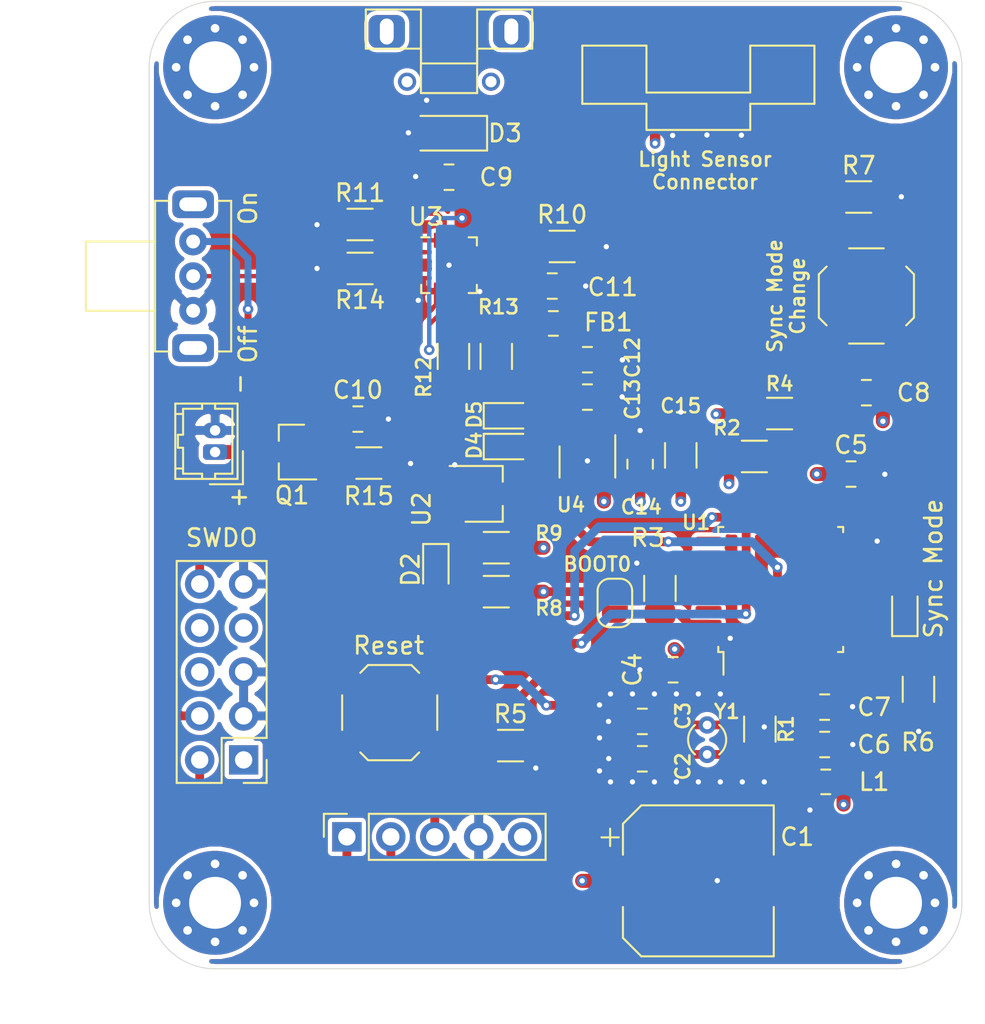
<source format=kicad_pcb>
(kicad_pcb (version 20211014) (generator pcbnew)
  (layers (0 "F.Cu" signal) (1 "In1.Cu" power) (2 "In2.Cu" mixed) (31 "B.Cu" signal) (34 "B.Paste" user) (35 "F.Paste" user) (36 "B.SilkS" user "B.Silkscreen") (37 "F.SilkS" user "F.Silkscreen") (38 "B.Mask" user) (39 "F.Mask" user) (44 "Edge.Cuts" user))
  (net 0 "")
  (net 1 "GND")
  (net 2 "+3V3")
  (net 3 "Net-(C2-Pad1)")
  (net 4 "+3.3VA")
  (net 5 "Net-(D1-Pad1)")
  (net 6 "/PWR_STATE")
  (net 7 "/Power Input/PWR_IN")
  (net 8 "/HC12_RX")
  (net 9 "/HC12_TX")
  (net 10 "/HC12_SET")
  (net 11 "Net-(J3-Pad8)")
  (net 12 "Net-(J3-Pad7)")
  (net 13 "Net-(J3-Pad6)")
  (net 14 "/STM32/SWCLK")
  (net 15 "/STM32/SWDIO")
  (net 16 "/STM32/BOOT0")
  (net 17 "Net-(Q1-Pad1)")
  (net 18 "/Power Input/BAT+")
  (net 19 "Net-(D4-Pad1)")
  (net 20 "/I2C_SCL")
  (net 21 "/I2C_SDA")
  (net 22 "/STM32/RESET")
  (net 23 "Net-(J4-Pad4)")
  (net 24 "Net-(J4-Pad3)")
  (net 25 "Net-(J4-Pad2)")
  (net 26 "Net-(J5-Pad1)")
  (net 27 "Net-(R10-Pad2)")
  (net 28 "Net-(U1-Pad30)")
  (net 29 "Net-(U1-Pad29)")
  (net 30 "Net-(U1-Pad28)")
  (net 31 "Net-(U1-Pad27)")
  (net 32 "Net-(U1-Pad26)")
  (net 33 "Net-(U1-Pad25)")
  (net 34 "Net-(U1-Pad22)")
  (net 35 "Net-(U1-Pad21)")
  (net 36 "Net-(U1-Pad18)")
  (net 37 "Net-(U1-Pad15)")
  (net 38 "Net-(U1-Pad14)")
  (net 39 "Net-(U1-Pad7)")
  (net 40 "Net-(U1-Pad6)")
  (net 41 "Net-(U3-Pad14)")
  (net 42 "Net-(U4-Pad4)")
  (net 43 "Net-(C3-Pad1)")
  (net 44 "/STM32/PA7")
  (net 45 "Net-(C9-Pad1)")
  (net 46 "Net-(C12-Pad1)")
  (net 47 "/STM32/PA6")
  (net 48 "Net-(D2-Pad2)")
  (net 49 "Net-(D5-Pad1)")
  (net 50 "Net-(R1-Pad1)")
  (net 51 "Net-(R5-Pad1)")
  (net 52 "Net-(R11-Pad2)")
  (net 53 "Net-(R12-Pad2)")
  (net 54 "Net-(R13-Pad2)")
  (net 55 "Net-(R14-Pad1)")
  (net 56 "Net-(SW3-Pad2)")
  (footprint "Capacitor_SMD:CP_Elec_8x10.5" (layer "F.Cu") (at 156.21 111.125)
    (fp_text reference "C1")
    (fp_text value "220uF")
  )
  (footprint "Capacitor_SMD:C_0805_2012Metric" (layer "F.Cu") (at 154.7495 98.933 180)
    (fp_text reference "C4")
    (fp_text value "0.1uF")
  )
  (footprint "Capacitor_SMD:C_0805_2012Metric" (layer "F.Cu") (at 165.0365 87.63)
    (fp_text reference "C5")
    (fp_text value "0.1uF")
  )
  (footprint "Capacitor_SMD:C_0805_2012Metric" (layer "F.Cu") (at 163.5125 103.251)
    (fp_text reference "C6")
    (fp_text value "1uF")
  )
  (footprint "Capacitor_SMD:C_0805_2012Metric" (layer "F.Cu") (at 163.5125 101.092)
    (fp_text reference "C7")
    (fp_text value "0.1uF")
  )
  (footprint "Capacitor_SMD:C_0805_2012Metric" (layer "F.Cu") (at 141.7955 70.485 180)
    (fp_text reference "C9")
    (fp_text value "1uF")
  )
  (footprint "Capacitor_SMD:C_0805_2012Metric" (layer "F.Cu") (at 136.525 84.455)
    (fp_text reference "C10")
    (fp_text value "4.7uF")
  )
  (footprint "Capacitor_SMD:C_0805_2012Metric" (layer "F.Cu") (at 147.7645 76.7715)
    (fp_text reference "C11")
    (fp_text value "4.7uF")
  )
  (footprint "Capacitor_SMD:C_0805_2012Metric" (layer "F.Cu") (at 149.7965 81.026)
    (fp_text reference "C12")
    (fp_text value "4.7uF")
  )
  (footprint "Capacitor_SMD:C_0805_2012Metric" (layer "F.Cu") (at 149.7965 83.185)
    (fp_text reference "C13")
    (fp_text value "0.1uF")
  )
  (footprint "Capacitor_SMD:C_0805_2012Metric" (layer "F.Cu") (at 152.8445 87.0585 90)
    (fp_text reference "C14")
    (fp_text value "0.1uF")
  )
  (footprint "Capacitor_SMD:C_1206_3216Metric" (layer "F.Cu") (at 155.194 86.5505 90)
    (fp_text reference "C15")
    (fp_text value "10uF")
  )
  (footprint "LED_SMD:LED_0603_1608Metric" (layer "F.Cu") (at 141.0335 93.1545 -90)
    (fp_text reference "D2")
    (fp_text value "Power Alert")
  )
  (footprint "Diode_SMD:D_SOD-123F" (layer "F.Cu") (at 141.7955 67.945 180)
    (fp_text reference "D3")
    (fp_text value "SMF6.0A")
  )
  (footprint "LED_SMD:LED_0603_1608Metric" (layer "F.Cu") (at 145.288 86.0425)
    (fp_text reference "D4")
    (fp_text value "Input Good")
  )
  (footprint "LED_SMD:LED_0603_1608Metric" (layer "F.Cu") (at 145.288 84.2645)
    (fp_text reference "D5")
    (fp_text value "Charging")
  )
  (footprint "Inductor_SMD:L_0805_2012Metric_Pad1.15x1.40mm_HandSolder" (layer "F.Cu") (at 147.828 78.9305 180)
    (fp_text reference "FB1")
    (fp_text value "Ferrite_Bead")
  )
  (footprint "MountingHole:MountingHole_3mm_Pad_Via" (layer "F.Cu") (at 128.27 64.135)
    (fp_text reference "H1" hide)
    (fp_text value "MountingHole")
  )
  (footprint "MountingHole:MountingHole_3mm_Pad_Via" (layer "F.Cu") (at 128.27 112.395)
    (fp_text reference "H2" hide)
    (fp_text value "MountingHole")
  )
  (footprint "MountingHole:MountingHole_3mm_Pad_Via" (layer "F.Cu") (at 167.64 112.395)
    (fp_text reference "H3" hide)
    (fp_text value "MountingHole")
  )
  (footprint "MountingHole:MountingHole_3mm_Pad_Via" (layer "F.Cu") (at 167.64 64.135)
    (fp_text reference "H4" hide)
    (fp_text value "MountingHole")
  )
  (footprint "Connector_PinSocket_2.54mm:PinSocket_1x05_P2.54mm_Vertical" (layer "F.Cu") (at 135.89 108.585 90)
    (fp_text reference "J1" hide)
    (fp_text value "HC-12 Connector")
  )
  (footprint "Custom:AFA07-S06FCA-00" (layer "F.Cu") (at 156.21 66.675 180)
    (fp_text reference "J2" hide)
    (fp_text value "Light Sensor Connector")
  )
  (footprint "Connector_PinHeader_2.54mm:PinHeader_2x05_P2.54mm_Vertical" (layer "F.Cu") (at 129.921 104.14 180)
    (fp_text reference "J3" hide)
    (fp_text value "SWD")
  )
  (footprint "Custom:Micro_USB_B_Female" (layer "F.Cu") (at 141.7955 64.77 180)
    (fp_text reference "J4" hide)
    (fp_text value "USB_B_Micro_Without_Shield")
  )
  (footprint "Connector_Hirose:Hirose_DF13-02P-1.25DSA_1x02_P1.25mm_Vertical" (layer "F.Cu") (at 128.27 86.36 90)
    (fp_text reference "J5" hide)
    (fp_text value "Battery Terminal")
  )
  (footprint "Jumper:SolderJumper-2_P1.3mm_Open_RoundedPad1.0x1.5mm" (layer "F.Cu") (at 151.384 95.0745 90)
    (fp_text reference "JP1" hide)
    (fp_text value "BOOT0 JP")
  )
  (footprint "Inductor_SMD:L_0805_2012Metric_Pad1.15x1.40mm_HandSolder" (layer "F.Cu") (at 163.576 105.41)
    (fp_text reference "L1")
    (fp_text value "39nH")
  )
  (footprint "Package_TO_SOT_SMD:SOT-23" (layer "F.Cu") (at 132.715 86.36 180)
    (fp_text reference "Q1")
    (fp_text value "AO3401A")
  )
  (footprint "Resistor_SMD:R_1206_3216Metric" (layer "F.Cu") (at 159.4485 86.614)
    (fp_text reference "R2")
    (fp_text value "2.2K")
  )
  (footprint "Resistor_SMD:R_1206_3216Metric" (layer "F.Cu") (at 153.9875 94.234 90)
    (fp_text reference "R3")
    (fp_text value "10k")
  )
  (footprint "Resistor_SMD:R_1206_3216Metric" (layer "F.Cu") (at 160.907 84.1375)
    (fp_text reference "R4")
    (fp_text value "2.2K")
  )
  (footprint "Resistor_SMD:R_1206_3216Metric" (layer "F.Cu") (at 145.3515 103.3145)
    (fp_text reference "R5")
    (fp_text value "10k")
  )
  (footprint "Resistor_SMD:R_1206_3216Metric" (layer "F.Cu") (at 144.526 94.4245 180)
    (fp_text reference "R8")
    (fp_text value "1.5k")
  )
  (footprint "Resistor_SMD:R_1206_3216Metric" (layer "F.Cu") (at 144.526 91.8845 180)
    (fp_text reference "R9")
    (fp_text value "100k")
  )
  (footprint "Resistor_SMD:R_1206_3216Metric" (layer "F.Cu") (at 148.336 74.4855 180)
    (fp_text reference "R10")
    (fp_text value "10K")
  )
  (footprint "Resistor_SMD:R_1206_3216Metric" (layer "F.Cu") (at 136.652 73.2155)
    (fp_text reference "R11")
    (fp_text value "1K")
  )
  (footprint "Resistor_SMD:R_1206_3216Metric" (layer "F.Cu") (at 142.0495 80.8355 90)
    (fp_text reference "R12")
    (fp_text value "1K")
  )
  (footprint "Resistor_SMD:R_1206_3216Metric" (layer "F.Cu") (at 144.526 80.8355 90)
    (fp_text reference "R13")
    (fp_text value "1K")
  )
  (footprint "Resistor_SMD:R_1206_3216Metric" (layer "F.Cu") (at 136.652 75.7555 180)
    (fp_text reference "R14")
    (fp_text value "10K")
  )
  (footprint "Resistor_SMD:R_1206_3216Metric" (layer "F.Cu") (at 137.16 86.995)
    (fp_text reference "R15")
    (fp_text value "10K")
  )
  (footprint "Button_Switch_SMD:SW_SPST_TL3342" (layer "F.Cu") (at 138.3665 101.4095)
    (fp_text reference "SW1" hide)
    (fp_text value "Reset Button")
  )
  (footprint "Custom:Toggle-Switch-SK12D07VG4" (layer "F.Cu") (at 127 76.2 -90)
    (fp_text reference "SW3" hide)
    (fp_text value "Enable")
  )
  (footprint "Package_QFP:LQFP-32_7x7mm_P0.8mm" (layer "F.Cu") (at 160.9725 94.2975 90)
    (fp_text reference "U1")
    (fp_text value "STM32L031K6Tx")
  )
  (footprint "Package_TO_SOT_SMD:SOT-23W_Handsoldering" (layer "F.Cu") (at 143.8275 88.773)
    (fp_text reference "U2")
    (fp_text value "APX803L05-36SA-7")
  )
  (footprint "Package_DFN_QFN:VQFN-16-1EP_3x3mm_P0.5mm_EP1.45x1.45mm" (layer "F.Cu") (at 141.7955 75.565)
    (fp_text reference "U3")
    (fp_text value "BQ24078RGTR")
  )
  (footprint "Package_TO_SOT_SMD:SOT-23-5" (layer "F.Cu") (at 149.7965 86.9315 -90)
    (fp_text reference "U4")
    (fp_text value "ME6211C33M5G-N")
  )
  (footprint "Capacitor_SMD:C_0805_2012Metric" (layer "F.Cu") (at 152.969 104.0765 180)
    (fp_text reference "C2")
    (fp_text value "12pF")
  )
  (footprint "Capacitor_SMD:C_0805_2012Metric" (layer "F.Cu") (at 152.9715 101.9175 180)
    (fp_text reference "C3")
    (fp_text value "12pF")
  )
  (footprint "Capacitor_SMD:C_0805_2012Metric" (layer "F.Cu") (at 165.9255 82.931 180)
    (fp_text reference "C8")
    (fp_text value "0.1uF")
  )
  (footprint "LED_SMD:LED_0603_1608Metric" (layer "F.Cu") (at 168.148 95.504 90)
    (fp_text reference "D1" hide)
    (fp_text value "SYNC_STATE_LED")
  )
  (footprint "Resistor_SMD:R_1206_3216Metric" (layer "F.Cu") (at 159.766 102.362 -90)
    (fp_text reference "R1")
    (fp_text value "100")
  )
  (footprint "Resistor_SMD:R_1206_3216Metric" (layer "F.Cu") (at 168.9354 100.0633 -90)
    (fp_text reference "R6")
    (fp_text value "1.5k")
  )
  (footprint "Resistor_SMD:R_1206_3216Metric" (layer "F.Cu") (at 165.481 71.628)
    (fp_text reference "R7")
    (fp_text value "10k")
  )
  (footprint "Button_Switch_SMD:SW_SPST_TL3342" (layer "F.Cu") (at 165.9255 77.343 90)
    (fp_text reference "SW2" hide)
    (fp_text value "Sync Time Button")
  )
  (footprint "Crystal:Crystal_Round_D1.5mm_Vertical" (layer "F.Cu") (at 156.718 103.8225 90)
    (fp_text reference "Y1")
    (fp_text value "32.768kHz")
  )
  (gr_line (start 167.64 60.325) (end 128.27 60.325) (layer "Edge.Cuts") (width 0.05))
  (gr_line (start 128.27 116.205) (end 167.64 116.205) (layer "Edge.Cuts") (width 0.05))
  (gr_line (start 171.45 112.395) (end 171.45 64.135) (layer "Edge.Cuts") (width 0.05))
  (gr_arc (start 167.64 60.325) (mid 170.334077 61.440923) (end 171.45 64.135) (layer "Edge.Cuts") (width 0.05))
  (gr_line (start 124.46 64.135) (end 124.46 112.395) (layer "Edge.Cuts") (width 0.05))
  (gr_arc (start 128.27 116.205) (mid 125.575923 115.089077) (end 124.46 112.395) (layer "Edge.Cuts") (width 0.05))
  (gr_arc (start 171.45 112.395) (mid 170.334077 115.089077) (end 167.64 116.205) (layer "Edge.Cuts") (width 0.05))
  (gr_arc (start 124.46 64.135) (mid 125.575923 61.440923) (end 128.27 60.325) (layer "Edge.Cuts") (width 0.05))
  (gr_text "Sync Mode\nChange" (at 161.29 77.343 90) (layer "F.SilkS") (effects (font (size 0.8128 0.8128))))
  (gr_text "Off" (at 130.175 80.137 90) (layer "F.SilkS") (effects (font (size 1 1))))
  (gr_text "Light Sensor\nConnector" (at 156.591 70.104) (layer "F.SilkS") (effects (font (size 0.8128 0.8128))))
  (gr_text "Reset" (at 138.303 97.536) (layer "F.SilkS") (effects (font (size 1 1))))
  (gr_text "BOOT0" (at 150.368 92.837) (layer "F.SilkS") (effects (font (size 0.8128 0.8128))))
  (gr_text "SWDO" (at 128.651 91.313) (layer "F.SilkS") (effects (font (size 1 1))))
  (gr_text "-" (at 129.667 82.423 90) (layer "F.SilkS") (effects (font (size 1 1))))
  (gr_text "+" (at 129.667 88.9) (layer "F.SilkS") (effects (font (size 1 1))))
  (gr_text "Sync Mode" (at 169.799 93.091 90) (layer "F.SilkS") (effects (font (size 1 1))))
  (gr_text "On" (at 130.175 72.263 90) (layer "F.SilkS") (effects (font (size 1 1))))
  (segment (start 140.358 76.858) (end 140.5025 77.0025) (width 0.254) (layer "F.Cu") (net 1))
  (segment (start 165.1254 101.0666) (end 164.4879 101.0666) (width 0.508) (layer "F.Cu") (net 1))
  (segment (start 156.7975 97.0975) (end 155.4667 97.0975) (width 0.508) (layer "F.Cu") (net 1))
  (segment (start 155.4667 97.0975) (end 155.0924 96.7232) (width 0.508) (layer "F.Cu") (net 1))
  (segment (start 142.5455 77.0025) (end 142.5455 78.0295) (width 0.254) (layer "F.Cu") (net 1))
  (segment (start 141.0455 77.839) (end 140.589 78.2955) (width 0.254) (layer "F.Cu") (net 1))
  (segment (start 140.5025 77.0025) (end 141.0455 77.0025) (width 0.254) (layer "F.Cu") (net 1))
  (segment (start 140.358 76.315) (end 140.358 76.858) (width 0.254) (layer "F.Cu") (net 1))
  (segment (start 164.4879 101.0666) (end 164.4625 101.092) (width 0.508) (layer "F.Cu") (net 1))
  (segment (start 141.0455 77.0025) (end 141.0455 77.839) (width 0.254) (layer "F.Cu") (net 1))
  (via (at 156.21 100.33) (size 0.6096) (drill 0.3048) (layers "F.Cu" "B.Cu") (net 1))
  (via (at 140.0175 77.597) (size 0.6096) (drill 0.3048) (layers "F.Cu" "B.Cu") (net 1))
  (via (at 168.9481 102.489) (size 0.6096) (drill 0.3048) (layers "F.Cu" "B.Cu") (net 1))
  (via (at 160.02 105.41) (size 0.6096) (drill 0.3048) (layers "F.Cu" "B.Cu") (net 1))
  (via (at 150.495 102.87) (size 0.6096) (drill 0.3048) (layers "F.Cu" "B.Cu") (net 1))
  (via (at 154.94 105.41) (size 0.6096) (drill 0.3048) (layers "F.Cu" "B.Cu") (net 1))
  (via (at 158.0515 97.1169) (size 0.6096) (drill 0.3048) (layers "F.Cu" "B.Cu") (net 1))
  (via (at 150.8887 74.4982) (size 0.6096) (drill 0.3048) (layers "F.Cu" "B.Cu") (net 1))
  (via (at 134.1628 75.7555) (size 0.6096) (drill 0.3048) (layers "F.Cu" "B.Cu") (net 1))
  (via (at 151.8031 83.1723) (size 0.6096) (drill 0.3048) (layers "F.Cu" "B.Cu") (net 1))
  (via (at 160.02 102.235) (size 0.6096) (drill 0.3048) (layers "F.Cu" "B.Cu") (net 1))
  (via (at 138.2903 84.455) (size 0.6096) (drill 0.3048) (layers "F.Cu" "B.Cu") (net 1))
  (via (at 157.48 105.41) (size 0.6096) (drill 0.3048) (layers "F.Cu" "B.Cu") (net 1))
  (via (at 151.13 100.33) (size 0.6096) (drill 0.3048) (layers "F.Cu" "B.Cu") (net 1))
  (via (at 154.94 100.33) (size 0.6096) (drill 0.3048) (layers "F.Cu" "B.Cu") (net 1))
  (via (at 158.6992 68.0593) (size 0.6096) (drill 0.3048) (layers "F.Cu" "B.Cu") (net 1))
  (via (at 140.5001 66.04) (size 0.6096) (drill 0.3048) (layers "F.Cu" "B.Cu") (net 1))
  (via (at 152.8445 85.1154) (size 0.6096) (drill 0.3048) (layers "F.Cu" "B.Cu") (net 1))
  (via (at 152.654 92.7735) (size 0.6096) (drill 0.3048) (layers "F.Cu" "B.Cu") (net 1))
  (via (at 149.7965 86.868) (size 0.6096) (drill 0.3048) (layers "F.Cu" "B.Cu") (net 1))
  (via (at 142.1257 87.0966) (size 0.6096) (drill 0.3048) (layers "F.Cu" "B.Cu") (net 1))
  (via (at 156.21 105.41) (size 0.6096) (drill 0.3048) (layers "F.Cu" "B.Cu") (net 1))
  (via (at 139.8651 70.4469) (size 0.6096) (drill 0.3048) (layers "F.Cu" "B.Cu") (net 1))
  (via (at 134.1628 73.2282) (size 0.6096) (drill 0.3048) (layers "F.Cu" "B.Cu") (net 1))
  (via (at 154.7241 68.072) (size 0.6096) (drill 0.3048) (layers "F.Cu" "B.Cu") (net 1))
  (via (at 152.4 105.41) (size 0.6096) (drill 0.3048) (layers "F.Cu" "B.Cu") (net 1))
  (via (at 152.4 100.33) (size 0.6096) (drill 0.3048) (layers "F.Cu" "B.Cu") (net 1))
  (via (at 157.48 100.33) (size 0.6096) (drill 0.3048) (layers "F.Cu" "B.Cu") (net 1))
  (via (at 141.7955 75.565) (size 0.6096) (drill 0.3048) (layers "F.Cu" "B.Cu") (net 1))
  (via (at 153.67 100.33) (size 0.6096) (drill 0.3048) (layers "F.Cu" "B.Cu") (net 1))
  (via (at 157.3022 111.1123) (size 0.6096) (drill 0.3048) (layers "F.Cu" "B.Cu") (net 1))
  (via (at 158.75 105.41) (size 0.6096) (drill 0.3048) (layers "F.Cu" "B.Cu") (net 1))
  (via (at 167.9448 71.6153) (size 0.6096) (drill 0.3048) (layers "F.Cu" "B.Cu") (net 1))
  (via (at 162.6616 107.0356) (size 0.6096) (drill 0.3048) (layers "F.Cu" "B.Cu") (net 1))
  (via (at 165.1254 101.0666) (size 0.6096) (drill 0.3048) (layers "F.Cu" "B.Cu") (net 1))
  (via (at 146.812 104.6099) (size 0.6096) (drill 0.3048) (layers "F.Cu" "B.Cu") (net 1))
  (via (at 155.194 84.0486) (size 0.6096) (drill 0.3048) (layers "F.Cu" "B.Cu") (net 1))
  (via (at 166.5478 91.5035) (size 0.6096) (drill 0.3048) (layers "F.Cu" "B.Cu") (net 1))
  (via (at 151.0157 101.9175) (size 0.6096) (drill 0.3048) (layers "F.Cu" "B.Cu") (net 1))
  (via (at 151.8158 81.0387) (size 0.6096) (drill 0.3048) (layers "F.Cu" "B.Cu") (net 1))
  (via (at 151.0284 104.0638) (size 0.6096) (drill 0.3048) (layers "F.Cu" "B.Cu") (net 1))
  (via (at 149.6949 76.7715) (size 0.6096) (drill 0.3048) (layers "F.Cu" "B.Cu") (net 1))
  (via (at 150.495 100.965) (size 0.6096) (drill 0.3048) (layers "F.Cu" "B.Cu") (net 1))
  (via (at 166.9923 87.6427) (size 0.6096) (drill 0.3048) (layers "F.Cu" "B.Cu") (net 1))
  (via (at 139.446 67.9196) (size 0.6096) (drill 0.3048) (layers "F.Cu" "B.Cu") (net 1))
  (via (at 151.13 105.41) (size 0.6096) (drill 0.3048) (layers "F.Cu" "B.Cu") (net 1))
  (via (at 150.495 104.775) (size 0.6096) (drill 0.3048) (layers "F.Cu" "B.Cu") (net 1))
  (via (at 165.1381 103.251) (size 0.6096) (drill 0.3048) (layers "F.Cu" "B.Cu") (net 1))
  (via (at 152.8318 98.933) (size 0.6096) (drill 0.3048) (layers "F.Cu" "B.Cu") (net 1))
  (via (at 153.67 105.41) (size 0.6096) (drill 0.3048) (layers "F.Cu" "B.Cu") (net 1))
  (via (at 143.5735 77.089) (size 0.6096) (drill 0.3048) (layers "F.Cu" "B.Cu") (net 1))
  (via (at 139.573 87.0204) (size 0.6096) (drill 0.3048) (layers "F.Cu" "B.Cu") (net 1))
  (via (at 156.7053 68.0466) (size 0.6096) (drill 0.3048) (layers "F.Cu" "B.Cu") (net 1))
  (segment (start 147.2565 91.8845) (end 145.9885 91.8845) (width 0.8128) (layer "F.Cu") (net 2))
  (segment (start 164.0865 88.7451) (end 164.0865 87.63) (width 0.508) (layer "F.Cu") (net 2))
  (segment (start 147.2565 94.4245) (end 151.384 94.4245) (width 0.508) (layer "F.Cu") (net 2))
  (segment (start 157.2641 84.1375) (end 157.226 84.1756) (width 0.6096) (layer "F.Cu") (net 2))
  (segment (start 154.8384 97.7392) (end 155.6995 98.6003) (width 0.8128) (layer "F.Cu") (net 2))
  (segment (start 159.4445 84.1375) (end 157.2641 84.1375) (width 0.6096) (layer "F.Cu") (net 2))
  (segment (start 163.7725 90.1225) (end 163.7725 89.0591) (width 0.508) (layer "F.Cu") (net 2))
  (segment (start 153.71 68.5273) (end 153.7081 68.5292) (width 0.6096) (layer "F.Cu") (net 2))
  (segment (start 152.8445 88.0085) (end 152.8445 89.1921) (width 0.6096) (layer "F.Cu") (net 2))
  (segment (start 150.7465 88.0315) (end 150.7465 89.215) (width 0.8128) (layer "F.Cu") (net 2))
  (segment (start 156.845 98.933) (end 155.6995 98.933) (width 0.508) (layer "F.Cu") (net 2))
  (segment (start 164.6047 105.4137) (end 164.601 105.41) (width 0.8128) (layer "F.Cu") (net 2))
  (segment (start 167.8255 81.981) (end 166.8755 82.931) (width 0.8128) (layer "F.Cu") (net 2))
  (segment (start 155.6995 98.6003) (end 155.6995 98.933) (width 0.8128) (layer "F.Cu") (net 2))
  (segment (start 149.4917 111.125) (end 152.51 111.125) (width 0.8128) (layer "F.Cu") (net 2))
  (segment (start 147.2565 94.4245) (end 145.9885 94.4245) (width 0.8128) (layer "F.Cu") (net 2))
  (segment (start 166.878 84.582) (end 166.878 82.9335) (width 0.8128) (layer "F.Cu") (net 2))
  (segment (start 153.71 66.675) (end 153.71 68.5273) (width 0.6096) (layer "F.Cu") (net 2))
  (segment (start 157.986 86.614) (end 157.986 88.1908) (width 0.6096) (layer "F.Cu") (net 2))
  (segment (start 167.8255 80.493) (end 167.8255 74.193) (width 0.8128) (layer "F.Cu") (net 2))
  (segment (start 155.194 88.0255) (end 155.194 89.2175) (width 0.6096) (layer "F.Cu") (net 2))
  (segment (start 163.7725 89.0591) (end 164.0865 88.7451) (width 0.508) (layer "F.Cu") (net 2))
  (segment (start 152.8445 89.1921) (end 152.8699 89.2175) (width 0.6096) (layer "F.Cu") (net 2))
  (segment (start 158.1725 98.4725) (end 157.3055 98.4725) (width 0.508) (layer "F.Cu") (net 2))
  (segment (start 164.6047 106.7181) (end 164.6047 105.4137) (width 0.8128) (layer "F.Cu") (net 2))
  (segment (start 157.3055 98.4725) (end 156.845 98.933) (width 0.508) (layer "F.Cu") (net 2))
  (segment (start 167.8255 80.493) (end 167.8255 81.981) (width 0.8128) (layer "F.Cu") (net 2))
  (segment (start 163.0553 87.63) (end 164.0865 87.63) (width 0.8128) (layer "F.Cu") (net 2))
  (segment (start 150.7465 89.215) (end 150.749 89.2175) (width 0.8128) (layer "F.Cu") (net 2))
  (segment (start 157.986 88.1908) (end 157.9753 88.2015) (width 0.6096) (layer "F.Cu") (net 2))
  (segment (start 166.878 82.9335) (end 166.8755 82.931) (width 0.8128) (layer "F.Cu") (net 2))
  (via (at 154.8384 97.7392) (size 0.6096) (drill 0.3048) (layers "F.Cu" "B.Cu") (net 2))
  (via (at 149.4917 111.125) (size 0.6096) (drill 0.3048) (layers "F.Cu" "B.Cu") (net 2))
  (via (at 150.749 89.2175) (size 0.6096) (drill 0.3048) (layers "F.Cu" "B.Cu") (net 2))
  (via (at 157.226 84.1756) (size 0.6096) (drill 0.3048) (layers "F.Cu" "B.Cu") (net 2))
  (via (at 157.9753 88.2015) (size 0.6096) (drill 0.3048) (layers "F.Cu" "B.Cu") (net 2))
  (via (at 163.0553 87.63) (size 0.6096) (drill 0.3048) (layers "F.Cu" "B.Cu") (net 2))
  (via (at 152.8699 89.2175) (size 0.6096) (drill 0.3048) (layers "F.Cu" "B.Cu") (net 2))
  (via (at 166.878 84.582) (size 0.6096) (drill 0.3048) (layers "F.Cu" "B.Cu") (net 2))
  (via (at 155.194 89.2175) (size 0.6096) (drill 0.3048) (layers "F.Cu" "B.Cu") (net 2))
  (via (at 164.6047 106.7181) (size 0.6096) (drill 0.3048) (layers "F.Cu" "B.Cu") (net 2))
  (via (at 147.2565 94.4245) (size 0.6096) (drill 0.3048) (layers "F.Cu" "B.Cu") (net 2))
  (via (at 153.7081 68.5292) (size 0.6096) (drill 0.3048) (layers "F.Cu" "B.Cu") (net 2))
  (via (at 147.2565 91.8845) (size 0.6096) (drill 0.3048) (layers "F.Cu" "B.Cu") (net 2))
  (segment (start 156.718 103.8225) (end 154.173 103.8225) (width 0.508) (layer "F.Cu") (net 3))
  (segment (start 156.72 103.8245) (end 156.718 103.8225) (width 0.508) (layer "F.Cu") (net 3))
  (segment (start 154.173 103.8225) (end 153.919 104.0765) (width 0.508) (layer "F.Cu") (net 3))
  (segment (start 159.766 103.8245) (end 156.72 103.8245) (width 0.508) (layer "F.Cu") (net 3))
  (segment (start 161.3725 99.3203) (end 161.7853 99.7331) (width 0.508) (layer "F.Cu") (net 4))
  (segment (start 161.7853 99.7331) (end 162.3441 99.7331) (width 0.508) (layer "F.Cu") (net 4))
  (segment (start 162.5625 99.9515) (end 162.5625 101.092) (width 0.508) (layer "F.Cu") (net 4))
  (segment (start 162.5625 103.251) (end 162.5625 105.3985) (width 0.508) (layer "F.Cu") (net 4))
  (segment (start 162.5625 105.3985) (end 162.551 105.41) (width 0.508) (layer "F.Cu") (net 4))
  (segment (start 162.5625 101.092) (end 162.5625 103.251) (width 0.508) (layer "F.Cu") (net 4))
  (segment (start 162.3441 99.7331) (end 162.5625 99.9515) (width 0.508) (layer "F.Cu") (net 4))
  (segment (start 161.3725 98.4725) (end 161.3725 99.3203) (width 0.508) (layer "F.Cu") (net 4))
  (segment (start 168.148 96.2915) (end 168.148 97.1677) (width 0.508) (layer "F.Cu") (net 5))
  (segment (start 168.148 97.1677) (end 168.9354 97.9551) (width 0.508) (layer "F.Cu") (net 5))
  (segment (start 168.9354 97.9551) (end 168.9354 98.6008) (width 0.508) (layer "F.Cu") (net 5))
  (segment (start 154.4828 91.5416) (end 149.9362 91.5416) (width 0.508) (layer "F.Cu") (net 6))
  (segment (start 142.581 92.367) (end 143.0635 91.8845) (width 0.8128) (layer "F.Cu") (net 6))
  (segment (start 161.8295 96.2975) (end 165.1475 96.2975) (width 0.508) (layer "F.Cu") (net 6))
  (segment (start 144.3228 90.5764) (end 144.3228 91.5416) (width 0.508) (layer "F.Cu") (net 6))
  (segment (start 144.6784 90.2208) (end 144.3228 90.5764) (width 0.508) (layer "F.Cu") (net 6))
  (segment (start 141.0335 92.367) (end 142.581 92.367) (width 0.8128) (layer "F.Cu") (net 6))
  (segment (start 144.3228 91.5416) (end 143.9799 91.8845) (width 0.508) (layer "F.Cu") (net 6))
  (segment (start 142.1275 90.5655) (end 142.1275 89.723) (width 0.8128) (layer "F.Cu") (net 6))
  (segment (start 143.0635 91.8845) (end 143.0635 91.5015) (width 0.8128) (layer "F.Cu") (net 6))
  (segment (start 143.9799 91.8845) (end 143.0635 91.8845) (width 0.508) (layer "F.Cu") (net 6))
  (segment (start 143.0635 91.5015) (end 142.1275 90.5655) (width 0.8128) (layer "F.Cu") (net 6))
  (segment (start 149.9362 91.5416) (end 148.6154 90.2208) (width 0.508) (layer "F.Cu") (net 6))
  (segment (start 160.782 93.0148) (end 160.782 95.25) (width 0.508) (layer "F.Cu") (net 6))
  (segment (start 148.6154 90.2208) (end 144.6784 90.2208) (width 0.508) (layer "F.Cu") (net 6))
  (segment (start 160.782 95.25) (end 161.8295 96.2975) (width 0.508) (layer "F.Cu") (net 6))
  (via (at 160.782 93.0148) (size 0.6096) (drill 0.3048) (layers "F.Cu" "B.Cu") (net 6))
  (via (at 154.4828 91.5416) (size 0.6096) (drill 0.3048) (layers "F.Cu" "B.Cu") (net 6))
  (segment (start 159.3088 91.5416) (end 160.782 93.0148) (width 0.508) (layer "B.Cu") (net 6))
  (segment (start 154.4828 91.5416) (end 159.3088 91.5416) (width 0.508) (layer "B.Cu") (net 6))
  (segment (start 146.0755 86.9695) (end 145.5275 87.5175) (width 0.8128) (layer "F.Cu") (net 7))
  (segment (start 145.5275 87.5175) (end 145.5275 88.773) (width 0.8128) (layer "F.Cu") (net 7))
  (segment (start 146.0755 86.0425) (end 146.0755 86.9695) (width 0.8128) (layer "F.Cu") (net 7))
  (segment (start 146.0755 84.2645) (end 146.0755 86.0425) (width 0.8128) (layer "F.Cu") (net 7))
  (segment (start 146.803 78.9305) (end 146.803 82.686) (width 0.8128) (layer "F.Cu") (net 7))
  (segment (start 146.8145 76.7715) (end 146.8145 78.919) (width 0.8128) (layer "F.Cu") (net 7))
  (segment (start 146.0755 83.4135) (end 146.0755 84.2645) (width 0.8128) (layer "F.Cu") (net 7))
  (segment (start 146.8145 78.919) (end 146.803 78.9305) (width 0.8128) (layer "F.Cu") (net 7))
  (segment (start 146.803 82.686) (end 146.0755 83.4135) (width 0.8128) (layer "F.Cu") (net 7))
  (segment (start 140.97 107.2388) (end 140.97 108.585) (width 0.508) (layer "F.Cu") (net 8))
  (segment (start 164.8587 107.9754) (end 149.733 107.9754) (width 0.508) (layer "F.Cu") (net 8))
  (segment (start 163.7725 99.2819) (end 164.1221 99.6315) (width 0.508) (layer "F.Cu") (net 8))
  (segment (start 165.9763 100.3554) (end 165.9763 106.8578) (width 0.508) (layer "F.Cu") (net 8))
  (segment (start 165.9763 106.8578) (end 164.8587 107.9754) (width 0.508) (layer "F.Cu") (net 8))
  (segment (start 148.1836 106.426) (end 141.7828 106.426) (width 0.508) (layer "F.Cu") (net 8))
  (segment (start 164.1221 99.6315) (end 165.2524 99.6315) (width 0.508) (layer "F.Cu") (net 8))
  (segment (start 149.733 107.9754) (end 148.1836 106.426) (width 0.508) (layer "F.Cu") (net 8))
  (segment (start 165.2524 99.6315) (end 165.9763 100.3554) (width 0.508) (layer "F.Cu") (net 8))
  (segment (start 163.7725 98.4725) (end 163.7725 99.2819) (width 0.508) (layer "F.Cu") (net 8))
  (segment (start 141.7828 106.426) (end 140.97 107.2388) (width 0.508) (layer "F.Cu") (net 8))
  (segment (start 138.43 110.0963) (end 138.43 108.585) (width 0.508) (layer "F.Cu") (net 9))
  (segment (start 165.1475 97.0975) (end 165.1475 98.3328) (width 0.508) (layer "F.Cu") (net 9))
  (segment (start 165.1635 108.6866) (end 148.8059 108.6866) (width 0.508) (layer "F.Cu") (net 9))
  (segment (start 139.3317 110.998) (end 138.43 110.0963) (width 0.508) (layer "F.Cu") (net 9))
  (segment (start 165.1475 98.3328) (end 166.7256 99.9109) (width 0.508) (layer "F.Cu") (net 9))
  (segment (start 148.8059 108.6866) (end 146.4945 110.998) (width 0.508) (layer "F.Cu") (net 9))
  (segment (start 146.4945 110.998) (end 139.3317 110.998) (width 0.508) (layer "F.Cu") (net 9))
  (segment (start 166.7256 99.9109) (end 166.7256 107.1245) (width 0.508) (layer "F.Cu") (net 9))
  (segment (start 166.7256 107.1245) (end 165.1635 108.6866) (width 0.508) (layer "F.Cu") (net 9))
  (segment (start 165.481 109.3978) (end 164.2745 109.3978) (width 0.508) (layer "F.Cu") (net 10))
  (segment (start 167.4368 99.5553) (end 167.4368 107.442) (width 0.508) (layer "F.Cu") (net 10))
  (segment (start 166.3762 95.4975) (end 166.6875 95.8088) (width 0.508) (layer "F.Cu") (net 10))
  (segment (start 166.6875 98.806) (end 167.4368 99.5553) (width 0.508) (layer "F.Cu") (net 10))
  (segment (start 167.4368 107.442) (end 165.481 109.3978) (width 0.508) (layer "F.Cu") (net 10))
  (segment (start 136.779 114.0587) (end 135.89 113.1697) (width 0.508) (layer "F.Cu") (net 10))
  (segment (start 135.89 113.1697) (end 135.89 108.585) (width 0.508) (layer "F.Cu") (net 10))
  (segment (start 165.1475 95.4975) (end 166.3762 95.4975) (width 0.508) (layer "F.Cu") (net 10))
  (segment (start 163.4744 110.1979) (end 163.4744 113.0681) (width 0.508) (layer "F.Cu") (net 10))
  (segment (start 162.4838 114.0587) (end 136.779 114.0587) (width 0.508) (layer "F.Cu") (net 10))
  (segment (start 163.4744 113.0681) (end 162.4838 114.0587) (width 0.508) (layer "F.Cu") (net 10))
  (segment (start 166.6875 95.8088) (end 166.6875 98.806) (width 0.508) (layer "F.Cu") (net 10))
  (segment (start 164.2745 109.3978) (end 163.4744 110.1979) (width 0.508) (layer "F.Cu") (net 10))
  (segment (start 135.9789 90.3732) (end 127.5461 90.3732) (width 0.508) (layer "F.Cu") (net 14))
  (segment (start 127.5461 90.3732) (end 125.7808 92.1385) (width 0.508) (layer "F.Cu") (net 14))
  (segment (start 146.6088 97.2312) (end 139.5857 97.2312) (width 0.508) (layer "F.Cu") (net 14))
  (segment (start 156.9974 90.1319) (end 157.0068 90.1225) (width 0.508) (layer "F.Cu") (net 14))
  (segment (start 125.7808 101.092) (end 126.2888 101.6) (width 0.508) (layer "F.Cu") (net 14))
  (segment (start 137.2743 91.6686) (end 135.9789 90.3732) (width 0.508) (layer "F.Cu") (net 14))
  (segment (start 139.5857 97.2312) (end 137.2743 94.9198) (width 0.508) (layer "F.Cu") (net 14))
  (segment (start 149.0472 95.8088) (end 148.0312 95.8088) (width 0.508) (layer "F.Cu") (net 14))
  (segment (start 148.0312 95.8088) (end 146.6088 97.2312) (width 0.508) (layer "F.Cu") (net 14))
  (segment (start 127.381 101.6) (end 127.381 101.5873) (width 0.508) (layer "F.Cu") (net 14))
  (segment (start 137.2743 94.9198) (end 137.2743 91.6686) (width 0.508) (layer "F.Cu") (net 14))
  (segment (start 125.7808 92.1385) (end 125.7808 101.092) (width 0.508) (layer "F.Cu") (net 14))
  (segment (start 157.0068 90.1225) (end 158.1725 90.1225) (width 0.508) (layer "F.Cu") (net 14))
  (segment (start 126.2888 101.6) (end 127.381 101.6) (width 0.508) (layer "F.Cu") (net 14))
  (via (at 156.9974 90.1319) (size 0.6096) (drill 0.3048) (layers "F.Cu" "B.Cu") (net 14))
  (via (at 149.0472 95.8088) (size 0.6096) (drill 0.3048) (layers "F.Cu" "B.Cu") (net 14))
  (segment (start 156.4513 90.678) (end 156.9974 90.1319) (width 0.508) (layer "B.Cu") (net 14))
  (segment (start 150.4569 90.678) (end 156.4513 90.678) (width 0.508) (layer "B.Cu") (net 14))
  (segment (start 149.0599 95.7961) (end 149.0599 92.075) (width 0.508) (layer "B.Cu") (net 14))
  (segment (start 149.0599 92.075) (end 150.4569 90.678) (width 0.508) (layer "B.Cu") (net 14))
  (segment (start 149.0472 95.8088) (end 149.0599 95.7961) (width 0.508) (layer "B.Cu") (net 14))
  (segment (start 158.9725 91.8652) (end 158.9725 90.1225) (width 0.508) (layer "F.Cu") (net 15))
  (segment (start 145.0848 101.346) (end 133.7818 101.346) (width 0.508) (layer "F.Cu") (net 15))
  (segment (start 158.9532 95.7072) (end 158.9532 95.5426) (width 0.508) (layer "F.Cu") (net 15))
  (segment (start 158.9532 95.5426) (end 158.9725 95.5233) (width 0.508) (layer "F.Cu") (net 15))
  (segment (start 127.381 105.8799) (end 127.381 104.14) (width 0.508) (layer "F.Cu") (net 15))
  (segment (start 158.9725 95.5233) (end 158.9725 91.8652) (width 0.508) (layer "F.Cu") (net 15))
  (segment (start 149.4536 97.409) (end 149.0218 97.409) (width 0.508) (layer "F.Cu") (net 15))
  (segment (start 132.6769 105.7656) (end 132.0673 106.3752) (width 0.508) (layer "F.Cu") (net 15))
  (segment (start 133.7818 101.346) (end 132.6769 102.4509) (width 0.508) (layer "F.Cu") (net 15))
  (segment (start 127.8763 106.3752) (end 127.381 105.8799) (width 0.508) (layer "F.Cu") (net 15))
  (segment (start 132.0673 106.3752) (end 127.8763 106.3752) (width 0.508) (layer "F.Cu") (net 15))
  (segment (start 149.0218 97.409) (end 145.0848 101.346) (width 0.508) (layer "F.Cu") (net 15))
  (segment (start 132.6769 102.4509) (end 132.6769 105.7656) (width 0.508) (layer "F.Cu") (net 15))
  (via (at 149.4536 97.409) (size 0.6096) (drill 0.3048) (layers "F.Cu" "B.Cu") (net 15))
  (via (at 158.9532 95.7072) (size 0.6096) (drill 0.3048) (layers "F.Cu" "B.Cu") (net 15))
  (segment (start 158.9405 95.7199) (end 151.1427 95.7199) (width 0.508) (layer "B.Cu") (net 15))
  (segment (start 151.1427 95.7199) (end 149.4536 97.409) (width 0.508) (layer "B.Cu") (net 15))
  (segment (start 158.9532 95.7072) (end 158.9405 95.7199) (width 0.508) (layer "B.Cu") (net 15))
  (segment (start 156.7975 96.2975) (end 155.6827 96.2975) (width 0.508) (layer "F.Cu") (net 16))
  (segment (start 155.6827 96.2975) (end 155.0817 95.6965) (width 0.508) (layer "F.Cu") (net 16))
  (segment (start 151.384 95.7245) (end 153.9595 95.7245) (width 0.508) (layer "F.Cu") (net 16))
  (segment (start 153.9595 95.7245) (end 153.9875 95.6965) (width 0.508) (layer "F.Cu") (net 16))
  (segment (start 155.0817 95.6965) (end 153.9875 95.6965) (width 0.508) (layer "F.Cu") (net 16))
  (segment (start 133.715 87.31) (end 135.3825 87.31) (width 0.6096) (layer "F.Cu") (net 17))
  (segment (start 135.3825 87.31) (end 135.6975 86.995) (width 0.6096) (layer "F.Cu") (net 17))
  (segment (start 130.175 80.264) (end 130.175 78.105) (width 0.4064) (layer "F.Cu") (net 18))
  (segment (start 133.715 85.41) (end 133.715 83.804) (width 0.4064) (layer "F.Cu") (net 18))
  (segment (start 133.715 83.804) (end 130.175 80.264) (width 0.4064) (layer "F.Cu") (net 18))
  (via (at 130.175 78.105) (size 0.6096) (drill 0.3048) (layers "F.Cu" "B.Cu") (net 18))
  (segment (start 130.175 75.184) (end 129.191 74.2) (width 0.4064) (layer "B.Cu") (net 18))
  (segment (start 129.191 74.2) (end 127 74.2) (width 0.4064) (layer "B.Cu") (net 18))
  (segment (start 130.175 78.105) (end 130.175 75.184) (width 0.4064) (layer "B.Cu") (net 18))
  (segment (start 144.5005 86.0425) (end 143.764 86.0425) (width 0.6096) (layer "F.Cu") (net 19))
  (segment (start 143.764 86.0425) (end 142.0495 84.328) (width 0.6096) (layer "F.Cu") (net 19))
  (segment (start 142.0495 84.328) (end 142.0495 82.298) (width 0.6096) (layer "F.Cu") (net 19))
  (segment (start 162.1725 90.1225) (end 162.1725 86.3157) (width 0.508) (layer "F.Cu") (net 20))
  (segment (start 162.3695 84.1375) (end 162.3695 80.2386) (width 0.508) (layer "F.Cu") (net 20))
  (segment (start 162.1725 86.3157) (end 162.3695 86.1187) (width 0.508) (layer "F.Cu") (net 20))
  (segment (start 157.71 75.5791) (end 157.71 66.675) (width 0.508) (layer "F.Cu") (net 20))
  (segment (start 162.3695 86.1187) (end 162.3695 84.1375) (width 0.508) (layer "F.Cu") (net 20))
  (segment (start 162.3695 80.2386) (end 157.71 75.5791) (width 0.508) (layer "F.Cu") (net 20))
  (segment (start 160.911 87.8606) (end 160.911 86.614) (width 0.508) (layer "F.Cu") (net 21))
  (segment (start 161.3725 88.3221) (end 160.911 87.8606) (width 0.508) (layer "F.Cu") (net 21))
  (segment (start 155.71 76.8303) (end 155.71 66.675) (width 0.508) (layer "F.Cu") (net 21))
  (segment (start 160.911 82.0313) (end 155.71 76.8303) (width 0.508) (layer "F.Cu") (net 21))
  (segment (start 161.3725 90.1225) (end 161.3725 88.3221) (width 0.508) (layer "F.Cu") (net 21))
  (segment (start 160.911 86.614) (end 160.911 82.0313) (width 0.508) (layer "F.Cu") (net 21))
  (segment (start 149.0345 101.7905) (end 149.0345 105.3465) (width 0.508) (layer "F.Cu") (net 22))
  (segment (start 128.3081 91.8591) (end 134.3025 91.8591) (width 0.508) (layer "F.Cu") (net 22))
  (segment (start 150.9522 107.2642) (end 159.9184 107.2642) (width 0.508) (layer "F.Cu") (net 22))
  (segment (start 160.5725 99.549) (end 160.5725 98.4725) (width 0.508) (layer "F.Cu") (net 22))
  (segment (start 135.2165 99.5095) (end 141.5165 99.5095) (width 0.508) (layer "F.Cu") (net 22))
  (segment (start 134.3025 91.8591) (end 135.2165 92.7731) (width 0.508) (layer "F.Cu") (net 22))
  (segment (start 149.0345 105.3465) (end 150.9522 107.2642) (width 0.508) (layer "F.Cu") (net 22))
  (segment (start 127.381 93.98) (end 127.381 92.7862) (width 0.508) (layer "F.Cu") (net 22))
  (segment (start 161.417 105.7656) (end 161.417 100.3935) (width 0.508) (layer "F.Cu") (net 22))
  (segment (start 135.2165 92.7731) (end 135.2165 99.5095) (width 0.508) (layer "F.Cu") (net 22))
  (segment (start 161.417 100.3935) (end 160.5725 99.549) (width 0.508) (layer "F.Cu") (net 22))
  (segment (start 141.5215 99.5045) (end 141.5165 99.5095) (width 0.508) (layer "F.Cu") (net 22))
  (segment (start 144.4879 99.5045) (end 141.5215 99.5045) (width 0.508) (layer "F.Cu") (net 22))
  (segment (start 148.2344 100.9904) (end 149.0345 101.7905) (width 0.508) (layer "F.Cu") (net 22))
  (segment (start 127.381 92.7862) (end 128.3081 91.8591) (width 0.508) (layer "F.Cu") (net 22))
  (segment (start 159.9184 107.2642) (end 161.417 105.7656) (width 0.508) (layer "F.Cu") (net 22))
  (segment (start 147.4216 100.9904) (end 148.2344 100.9904) (width 0.508) (layer "F.Cu") (net 22))
  (via (at 144.4879 99.5045) (size 0.6096) (drill 0.3048) (layers "F.Cu" "B.Cu") (net 22))
  (via (at 147.4216 100.9904) (size 0.6096) (drill 0.3048) (layers "F.Cu" "B.Cu") (net 22))
  (segment (start 145.9357 99.5045) (end 144.4879 99.5045) (width 0.508) (layer "B.Cu") (net 22))
  (segment (start 147.4216 100.9904) (end 145.9357 99.5045) (width 0.508) (layer "B.Cu") (net 22))
  (segment (start 128.27 86.36) (end 131.715 86.36) (width 0.8128) (layer "F.Cu") (net 26))
  (segment (start 145.9357 74.4855) (end 146.8735 74.4855) (width 0.254) (layer "F.Cu") (net 27))
  (segment (start 145.6062 74.815) (end 145.9357 74.4855) (width 0.254) (layer "F.Cu") (net 27))
  (segment (start 143.233 74.815) (end 145.6062 74.815) (width 0.254) (layer "F.Cu") (net 27))
  (segment (start 158.9725 99.5995) (end 158.2801 100.2919) (width 0.508) (layer "F.Cu") (net 43))
  (segment (start 154.1265 102.1225) (end 153.9215 101.9175) (width 0.508) (layer "F.Cu") (net 43))
  (segment (start 158.9725 98.4725) (end 158.9725 99.5995) (width 0.508) (layer "F.Cu") (net 43))
  (segment (start 157.8211 102.1225) (end 156.718 102.1225) (width 0.508) (layer "F.Cu") (net 43))
  (segment (start 158.2801 101.6635) (end 157.8211 102.1225) (width 0.508) (layer "F.Cu") (net 43))
  (segment (start 158.2801 100.2919) (end 158.2801 101.6635) (width 0.508) (layer "F.Cu") (net 43))
  (segment (start 156.718 102.1225) (end 154.1265 102.1225) (width 0.508) (layer "F.Cu") (net 43))
  (segment (start 167.7924 86.6394) (end 167.3606 86.2076) (width 0.508) (layer "F.Cu") (net 44))
  (segment (start 167.7924 93.0021) (end 167.7924 86.6394) (width 0.508) (layer "F.Cu") (net 44))
  (segment (start 164.9755 81.854) (end 164.0255 80.904) (width 0.508) (layer "F.Cu") (net 44))
  (segment (start 164.9755 82.931) (end 164.9755 81.854) (width 0.508) (layer "F.Cu") (net 44))
  (segment (start 166.897 93.8975) (end 167.7924 93.0021) (width 0.508) (layer "F.Cu") (net 44))
  (segment (start 164.0255 80.493) (end 164.0255 74.193) (width 0.508) (layer "F.Cu") (net 44))
  (segment (start 167.3606 86.2076) (end 165.7731 86.2076) (width 0.508) (layer "F.Cu") (net 44))
  (segment (start 164.0255 74.193) (end 164.0255 71.635) (width 0.508) (layer "F.Cu") (net 44))
  (segment (start 164.0255 80.904) (end 164.0255 80.493) (width 0.508) (layer "F.Cu") (net 44))
  (segment (start 164.9755 85.41) (end 164.9755 82.931) (width 0.508) (layer "F.Cu") (net 44))
  (segment (start 165.1475 93.8975) (end 166.897 93.8975) (width 0.508) (layer "F.Cu") (net 44))
  (segment (start 165.7731 86.2076) (end 164.9755 85.41) (width 0.508) (layer "F.Cu") (net 44))
  (segment (start 164.0255 71.635) (end 164.0185 71.628) (width 0.508) (layer "F.Cu") (net 44))
  (segment (start 142.5455 70.685) (end 142.7455 70.485) (width 0.254) (layer "F.Cu") (net 45))
  (segment (start 141.5455 78.101) (end 141.5455 77.0025) (width 0.254) (layer "F.Cu") (net 45))
  (segment (start 140.6525 80.4545) (end 140.6525 78.994) (width 0.254) (layer "F.Cu") (net 45))
  (segment (start 142.5455 72.8465) (end 142.5455 70.685) (width 0.254) (layer "F.Cu") (net 45))
  (segment (start 142.5455 74.1275) (end 142.5455 72.8465) (width 0.254) (layer "F.Cu") (net 45))
  (segment (start 140.6525 78.994) (end 141.5455 78.101) (width 0.254) (layer "F.Cu") (net 45))
  (via (at 142.5455 72.8465) (size 0.6096) (drill 0.3048) (layers "F.Cu" "B.Cu") (net 45))
  (via (at 140.6525 80.4545) (size 0.6096) (drill 0.3048) (layers "F.Cu" "B.Cu") (net 45))
  (segment (start 141.0215 72.8465) (end 142.5455 72.8465) (width 0.254) (layer "B.Cu") (net 45))
  (segment (start 140.6525 80.4545) (end 140.6525 73.2155) (width 0.254) (layer "B.Cu") (net 45))
  (segment (start 140.6525 73.2155) (end 141.0215 72.8465) (width 0.254) (layer "B.Cu") (net 45))
  (segment (start 150.3655 84.643) (end 150.7465 85.024) (width 0.6096) (layer "F.Cu") (net 46))
  (segment (start 148.853 81.0195) (end 148.8465 81.026) (width 0.8128) (layer "F.Cu") (net 46))
  (segment (start 148.8465 84.643) (end 150.3655 84.643) (width 0.6096) (layer "F.Cu") (net 46))
  (segment (start 148.8465 84.643) (end 148.8465 85.8315) (width 0.6096) (layer "F.Cu") (net 46))
  (segment (start 148.8465 81.026) (end 148.8465 83.185) (width 0.8128) (layer "F.Cu") (net 46))
  (segment (start 150.7465 85.024) (end 150.7465 85.8315) (width 0.6096) (layer "F.Cu") (net 46))
  (segment (start 148.8465 83.185) (end 148.8465 84.643) (width 0.6096) (layer "F.Cu") (net 46))
  (segment (start 148.853 78.9305) (end 148.853 81.0195) (width 0.8128) (layer "F.Cu") (net 46))
  (segment (start 165.1475 94.6975) (end 168.129 94.6975) (width 0.508) (layer "F.Cu") (net 47))
  (segment (start 168.129 94.6975) (end 168.148 94.7165) (width 0.508) (layer "F.Cu") (net 47))
  (segment (start 142.581 93.942) (end 143.0635 94.4245) (width 0.8128) (layer "F.Cu") (net 48))
  (segment (start 141.0335 93.942) (end 142.581 93.942) (width 0.8128) (layer "F.Cu") (net 48))
  (segment (start 144.5005 84.2645) (end 144.5005 82.3235) (width 0.6096) (layer "F.Cu") (net 49))
  (segment (start 144.5005 82.3235) (end 144.526 82.298) (width 0.6096) (layer "F.Cu") (net 49))
  (segment (start 159.7725 100.893) (end 159.766 100.8995) (width 0.508) (layer "F.Cu") (net 50))
  (segment (start 159.7725 98.4725) (end 159.7725 100.893) (width 0.508) (layer "F.Cu") (net 50))
  (segment (start 143.884 103.3095) (end 143.889 103.3145) (width 0.508) (layer "F.Cu") (net 51))
  (segment (start 135.2165 103.3095) (end 141.5165 103.3095) (width 0.508) (layer "F.Cu") (net 51))
  (segment (start 141.5165 103.3095) (end 143.884 103.3095) (width 0.508) (layer "F.Cu") (net 51))
  (segment (start 139.0015 73.2155) (end 139.9135 74.1275) (width 0.254) (layer "F.Cu") (net 52))
  (segment (start 139.9135 74.1275) (end 141.0455 74.1275) (width 0.254) (layer "F.Cu") (net 52))
  (segment (start 138.1145 73.2155) (end 139.0015 73.2155) (width 0.254) (layer "F.Cu") (net 52))
  (segment (start 142.0455 79.369) (end 142.0495 79.373) (width 0.254) (layer "F.Cu") (net 53))
  (segment (start 142.0455 77.0025) (end 142.0455 79.369) (width 0.254) (layer "F.Cu") (net 53))
  (segment (start 144.26 76.315) (end 144.526 76.581) (width 0.254) (layer "F.Cu") (net 54))
  (segment (start 143.233 76.315) (end 144.26 76.315) (width 0.254) (layer "F.Cu") (net 54))
  (segment (start 144.526 76.581) (end 144.526 79.373) (width 0.254) (layer "F.Cu") (net 54))
  (segment (start 140.358 74.815) (end 139.561 74.815) (width 0.254) (layer "F.Cu") (net 55))
  (segment (start 138.1145 75.4995) (end 138.799 74.815) (width 0.254) (layer "F.Cu") (net 55))
  (segment (start 138.799 74.815) (end 139.561 74.815) (width 0.254) (layer "F.Cu") (net 55))
  (segment (start 138.1145 75.7555) (end 138.1145 75.4995) (width 0.254) (layer "F.Cu") (net 55))
  (segment (start 140.0556 72.5932) (end 138.4554 70.993) (width 0.254) (layer "F.Cu") (net 56))
  (segment (start 131.445 71.501) (end 131.445 75.565) (width 0.254) (layer "F.Cu") (net 56))
  (segment (start 141.5455 73.0163) (end 141.1224 72.5932) (width 0.254) (layer "F.Cu") (net 56))
  (segment (start 141.1224 72.5932) (end 140.0556 72.5932) (width 0.254) (layer "F.Cu") (net 56))
  (segment (start 130.81 76.2) (end 127 76.2) (width 0.254) (layer "F.Cu") (net 56))
  (segment (start 138.4554 70.993) (end 131.953 70.993) (width 0.254) (layer "F.Cu") (net 56))
  (segment (start 131.953 70.993) (end 131.445 71.501) (width 0.254) (layer "F.Cu") (net 56))
  (segment (start 141.5455 74.1275) (end 141.5455 73.0163) (width 0.254) (layer "F.Cu") (net 56))
  (segment (start 131.445 75.565) (end 130.81 76.2) (width 0.254) (layer "F.Cu") (net 56))
  (zone (net 1) (net_name "GND") (layer "F.Cu") (connect_pads (clearance 0.254)) (min_thickness 0.254) (fill yes (thermal_gap 0.508) (thermal_bridge_width 0.508))
    (polygon (pts (xy 171.45 116.205) (xy 124.46 116.205) (xy 124.46 60.325) (xy 171.45 60.325)))
  )
  (zone (net 7) (net_name "/Power Input/PWR_IN") (layer "F.Cu") (priority 1) (connect_pads (clearance 0.254)) (min_thickness 0.1016) (fill yes (thermal_gap 0.2032) (thermal_bridge_width 1.016) (smoothing fillet) (radius 0.4572))
    (polygon (pts (xy 146.1135 76.073) (xy 147.3835 76.073) (xy 147.3835 77.47) (xy 146.1135 77.47) (xy 144.4625 75.946) (xy 142.8115 75.946) (xy 142.8115 75.184) (xy 145.161 75.184)))
  )
  (zone (net 18) (net_name "/Power Input/BAT+") (layer "F.Cu") (priority 1) (connect_pads (clearance 0.254)) (min_thickness 0.1016) (fill yes (thermal_gap 0.2032) (thermal_bridge_width 1.016) (smoothing fillet) (radius 0.4572))
    (polygon (pts (xy 140.843 76.073) (xy 139.827 76.073) (xy 139.573 76.327) (xy 139.6365 79.1845) (xy 136.2075 82.8675) (xy 136.144 85.344) (xy 134.874 85.344) (xy 134.239 85.979) (xy 132.9055 85.979) (xy 132.969 84.2645) (xy 138.811 78.0415) (xy 138.811 75.057) (xy 140.843 75.057)))
  )
  (zone (net 45) (net_name "Net-(C9-Pad1)") (layer "F.Cu") (priority 1) (connect_pads (clearance 0.254)) (min_thickness 0.254) (fill yes (thermal_gap 0.254) (thermal_bridge_width 1.016) (smoothing fillet) (radius 0.4572))
    (polygon (pts (xy 145.669 66.26225) (xy 144.399 67.1195) (xy 144.399 72.898) (xy 143.129 74.2315) (xy 142.748 74.676) (xy 142.24 74.676) (xy 142.24 73.66) (xy 142.113 73.279) (xy 142.113 66.802) (xy 142.875 65.913) (xy 142.875 63.246) (xy 145.669 63.27775)))
  )
  (zone (net 1) (net_name "GND") (layer "B.Cu") (connect_pads (clearance 0.254)) (min_thickness 0.254) (fill yes (thermal_gap 0.508) (thermal_bridge_width 0.508))
    (polygon (pts (xy 171.45 116.205) (xy 124.46 116.205) (xy 124.46 60.325) (xy 171.45 60.325)))
  )
)
</source>
